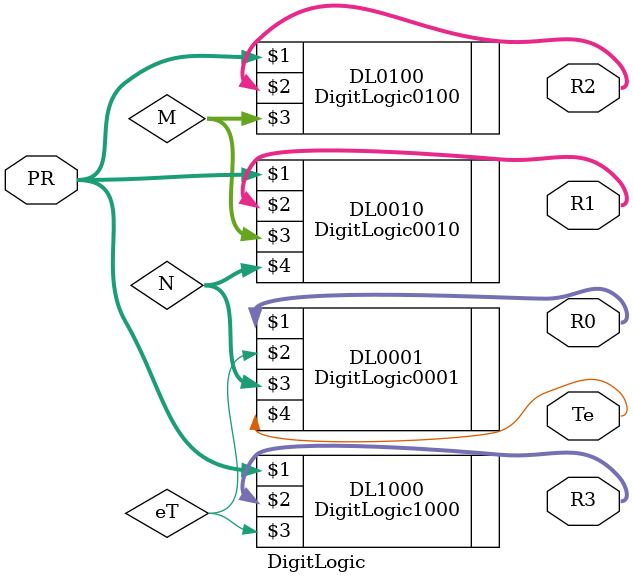
<source format=v>
`timescale 1ns / 1ps

module DigitLogic(PR, R3, R2, R1, R0, Te);

	input [7:0] PR; // Product: PR
	output [7:0] R3, R2, R1, R0; // Digit Registers: R[3:0]
	output Te; // Enable Bit for Counter: Te
	wire eT; // Enable Bit for Counter: Te

	wire [6:0] M; // 10s Data: M
	wire [3:0] N; // 1s Data: N

	DigitLogic1000 DL1000(PR, R3, eT); // 1000s Logic
	DigitLogic0100 DL0100(PR, R2, M); // 100s Logic
	DigitLogic0010 DL0010(PR, R1, M, N); // 10s Logic
	DigitLogic0001 DL0001(R0, eT, N, Te); // 1s Logic

endmodule

</source>
